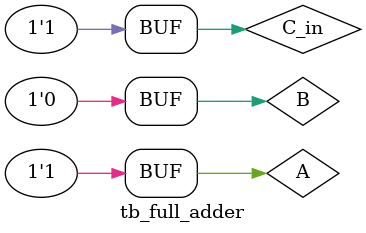
<source format=v>
`timescale 1ns / 1ps

module tb_full_adder();
    reg A, B, C_in;
    wire S, C;

    full_adder U_adder( 
        .A(A),
        .B(B),
        .C_in(C_in),
        .S(S),
        .C(C)
    );

    initial begin
        #10;    A=0; B=0; C_in=0;
        #10;    A=1; B=0; C_in=0;
        #10;    A=0; B=1; C_in=0;
        #10;    A=1; B=1; C_in=0;
        #10;    A=0; B=0; C_in=1;
        #10;    A=1; B=0; C_in=1;
    end
endmodule

</source>
